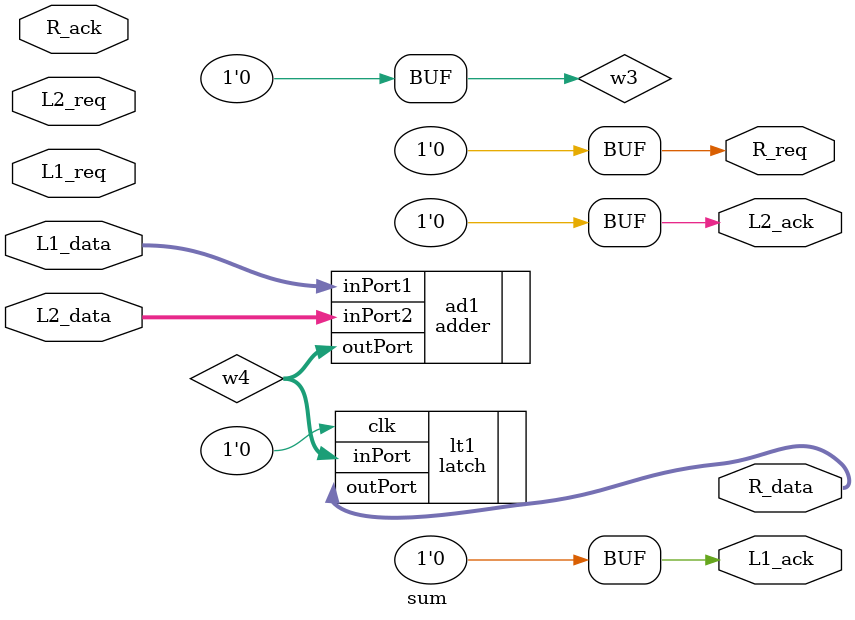
<source format=sv>
`timescale 1ps/1ps
`define WIDTH_IN 8
`define WIDTH_OUT 13
`define FL 2
`define BL 2

module sum (
    input logic L1_req,
    input logic L2_req,
    input logic [`WIDTH_IN-1:0] L1_data,
    input logic [`WIDTH_IN-1:0] L2_data,
    input logic R_ack,
    output logic L1_ack,
    output logic L2_ack,
    output logic R_req,
    output logic [`WIDTH_OUT-1:0] R_data
);
    logic w1, w2, w3;
    logic [`WIDTH_OUT-1:0] w4;

    c_element ce1(.inPort1(L1_req), .inPort2(L2_req), .outPort(w2));
    inverter inv1(.inPort(R_ack), .outPort(w1));
    c_element ce2(.inPort1(w2), .inPort2(w1), .outPort(w3));
    adder ad1(.inPort1(L1_data), .inPort2(L2_data), .outPort(w4));
    latch lt1(.inPort(w4), .clk(w3), .outPort(R_data));

    assign #`BL L1_ack = w3;
    assign #`BL L2_ack = w3;
    assign #`FL R_req  = w3;

    initial begin
        w3 = 0;
    end
endmodule
</source>
